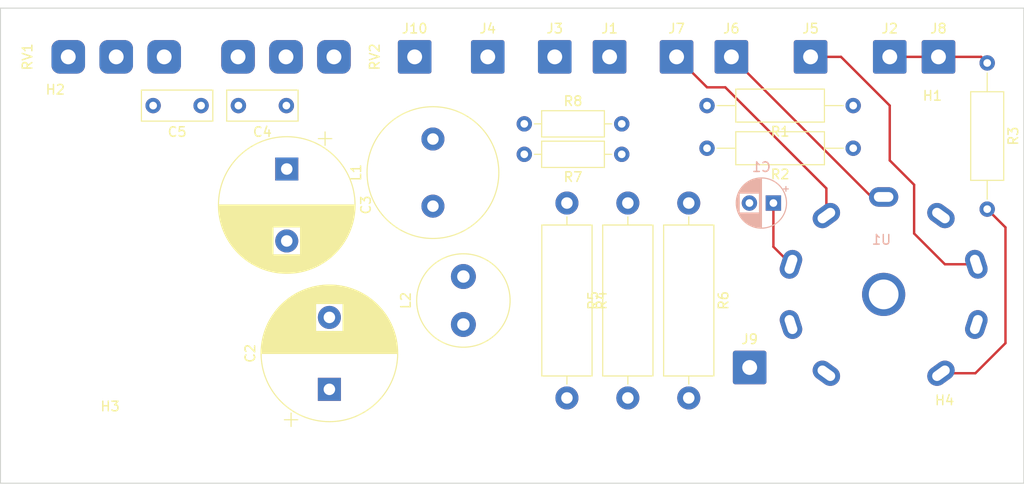
<source format=kicad_pcb>
(kicad_pcb (version 20221018) (generator pcbnew)
  (layers (0 "F.Cu" signal) (31 "B.Cu" signal) (34 "B.Paste" user) (35 "F.Paste" user) (36 "B.SilkS" user "B.Silkscreen") (37 "F.SilkS" user "F.Silkscreen") (38 "B.Mask" user) (39 "F.Mask" user) (44 "Edge.Cuts" user))
  (net 0 "")
  (net 1 "Net-(U1A-K_G3)")
  (net 2 "FEEDBACK")
  (net 3 "Net-(J1-Pin_1)")
  (net 4 "GND")
  (net 5 "-3V3")
  (net 6 "+3V0")
  (net 7 "Net-(U1A-G2)")
  (net 8 "Net-(J5-Pin_1)")
  (net 9 "+HT")
  (net 10 "Net-(C2-Pad1)")
  (net 11 "Net-(C2-Pad2)")
  (net 12 "Net-(L2-Pad1)")
  (net 13 "Net-(J10-Pin_1)")
  (net 14 "Net-(C1-Pad2)")
  (net 15 "Net-(C5-Pad2)")
  (footprint "Connector_Wire:SolderWire-0.75sqmm_1x01_D1.25mm_OD3.5mm" (layer "F.Cu") (at 133.985 47.625)
    (fp_text reference "J2" (at 0 -2.95) (layer "F.SilkS"))
    (fp_text value "X_PRI1")
    (pad "1" thru_hole roundrect (at 0 0) (size 3.5 3.5) (drill 1.55) (layers "*.Cu" "*.Mask") (roundrect_rratio 0.071429) (net 9 "+HT"))
  )
  (footprint "Connector_Wire:SolderWire-0.75sqmm_1x01_D1.25mm_OD3.5mm" (layer "F.Cu") (at 117.475 47.625)
    (fp_text reference "J6" (at 0 -2.95) (layer "F.SilkS"))
    (fp_text value "AC_FIL")
    (pad "1" thru_hole roundrect (at 0 0) (size 3.5 3.5) (drill 1.55) (layers "*.Cu" "*.Mask") (roundrect_rratio 0.071429) (net 5 "-3V3"))
  )
  (footprint "Resistor_THT:R_Axial_DIN0309_L9.0mm_D3.2mm_P15.24mm_Horizontal" (layer "F.Cu") (at 130.175 57.15 180)
    (fp_text reference "R2" (at 7.62 -2.72) (layer "F.SilkS"))
    (fp_text value "LEAK")
    (pad "1" thru_hole circle (at 0 0 180) (size 1.6 1.6) (drill 0.8) (layers "*.Cu" "*.Mask") (net 3 "Net-(J1-Pin_1)"))
    (pad "2" thru_hole oval (at 15.24 0 180) (size 1.6 1.6) (drill 0.8) (layers "*.Cu" "*.Mask") (net 4 "GND"))
  )
  (footprint "MountingHole:MountingHole_3.2mm_M3" (layer "F.Cu") (at 138.43 55.88)
    (fp_text reference "H1" (at 0 -4.2) (layer "F.SilkS"))
    (fp_text value "MountingHole")
    (pad "" np_thru_hole circle (at 0 0) (size 3.2 3.2) (drill 3.2) (layers "*.Cu" "*.Mask"))
  )
  (footprint "Capacitor_THT:CP_Radial_D14.0mm_P7.50mm" (layer "F.Cu") (at 75.565 82.287729 90)
    (fp_text reference "C2" (at 3.75 -8.25 90) (layer "F.SilkS"))
    (fp_text value "C_Polarized_US")
    (pad "1" thru_hole rect (at 0 0 90) (size 2.4 2.4) (drill 1.2) (layers "*.Cu" "*.Mask") (net 10 "Net-(C2-Pad1)"))
    (pad "2" thru_hole circle (at 7.5 0 90) (size 2.4 2.4) (drill 1.2) (layers "*.Cu" "*.Mask") (net 11 "Net-(C2-Pad2)"))
  )
  (footprint "Resistor_THT:R_Axial_DIN0309_L9.0mm_D3.2mm_P15.24mm_Horizontal" (layer "F.Cu") (at 130.175 52.705 180)
    (fp_text reference "R1" (at 7.62 -2.72) (layer "F.SilkS"))
    (fp_text value "R")
    (pad "1" thru_hole circle (at 0 0 180) (size 1.6 1.6) (drill 0.8) (layers "*.Cu" "*.Mask") (net 1 "Net-(U1A-K_G3)"))
    (pad "2" thru_hole oval (at 15.24 0 180) (size 1.6 1.6) (drill 0.8) (layers "*.Cu" "*.Mask") (net 14 "Net-(C1-Pad2)"))
  )
  (footprint "Resistor_THT:R_Axial_DIN0309_L9.0mm_D3.2mm_P15.24mm_Horizontal" (layer "F.Cu") (at 144.145 48.26 -90)
    (fp_text reference "R3" (at 7.62 -2.72 90) (layer "F.SilkS"))
    (fp_text value "SCREEN")
    (pad "1" thru_hole circle (at 0 0 270) (size 1.6 1.6) (drill 0.8) (layers "*.Cu" "*.Mask") (net 9 "+HT"))
    (pad "2" thru_hole oval (at 15.24 0 270) (size 1.6 1.6) (drill 0.8) (layers "*.Cu" "*.Mask") (net 7 "Net-(U1A-G2)"))
  )
  (footprint "Resistor_THT:R_Axial_DIN0516_L15.5mm_D5.0mm_P20.32mm_Horizontal" (layer "F.Cu") (at 113.03 62.865 -90)
    (fp_text reference "R6" (at 10.16 -3.62 -90) (layer "F.SilkS"))
    (fp_text value "47")
    (pad "1" thru_hole circle (at 0 0 270) (size 2.4 2.4) (drill 1.2) (layers "*.Cu" "*.Mask") (net 4 "GND"))
    (pad "2" thru_hole oval (at 20.32 0 270) (size 2.4 2.4) (drill 1.2) (layers "*.Cu" "*.Mask") (net 10 "Net-(C2-Pad1)"))
  )
  (footprint "Connector_Wire:SolderWire-0.75sqmm_1x01_D1.25mm_OD3.5mm" (layer "F.Cu") (at 119.38 80.01)
    (fp_text reference "J9" (at 0 -2.95) (layer "F.SilkS"))
    (fp_text value "GND")
    (pad "1" thru_hole roundrect (at 0 0) (size 3.5 3.5) (drill 1.55) (layers "*.Cu" "*.Mask") (roundrect_rratio 0.071429) (net 4 "GND"))
  )
  (footprint "Connector_Wire:SolderWire-0.75sqmm_1x01_D1.25mm_OD3.5mm" (layer "F.Cu") (at 111.76 47.625)
    (fp_text reference "J7" (at 0 -2.95) (layer "F.SilkS"))
    (fp_text value "AC_FIL")
    (pad "1" thru_hole roundrect (at 0 0) (size 3.5 3.5) (drill 1.55) (layers "*.Cu" "*.Mask") (roundrect_rratio 0.071429) (net 6 "+3V0"))
  )
  (footprint "Inductor_THT:L_Radial_D9.5mm_P5.00mm_Fastron_07HVP" (layer "F.Cu") (at 89.535 75.525 90)
    (fp_text reference "L2" (at 2.5 -6 90) (layer "F.SilkS"))
    (fp_text value "500 µH")
    (pad "1" thru_hole circle (at 0 0 90) (size 2.6 2.6) (drill 1.3) (layers "*.Cu" "*.Mask") (net 12 "Net-(L2-Pad1)"))
    (pad "2" thru_hole circle (at 5 0 90) (size 2.6 2.6) (drill 1.3) (layers "*.Cu" "*.Mask") (net 10 "Net-(C2-Pad1)"))
  )
  (footprint "Connector_Wire:SolderWire-0.75sqmm_1x01_D1.25mm_OD3.5mm" (layer "F.Cu") (at 99.06 47.625)
    (fp_text reference "J3" (at 0 -2.95) (layer "F.SilkS"))
    (fp_text value "X_SEC4")
    (pad "1" thru_hole roundrect (at 0 0) (size 3.5 3.5) (drill 1.55) (layers "*.Cu" "*.Mask") (roundrect_rratio 0.071429) (net 2 "FEEDBACK"))
  )
  (footprint "Capacitor_THT:CP_Radial_D14.0mm_P7.50mm" (layer "F.Cu") (at 71.12 59.317272 -90)
    (fp_text reference "C3" (at 3.75 -8.25 90) (layer "F.SilkS"))
    (fp_text value "C_Polarized_US")
    (pad "1" thru_hole rect (at 0 0 270) (size 2.4 2.4) (drill 1.2) (layers "*.Cu" "*.Mask") (net 4 "GND"))
    (pad "2" thru_hole circle (at 7.5 0 270) (size 2.4 2.4) (drill 1.2) (layers "*.Cu" "*.Mask") (net 11 "Net-(C2-Pad2)"))
  )
  (footprint "Connector_Wire:SolderWire-0.75sqmm_1x01_D1.25mm_OD3.5mm" (layer "F.Cu") (at 139.065 47.625)
    (fp_text reference "J8" (at 0 -2.95) (layer "F.SilkS"))
    (fp_text value "+HT")
    (pad "1" thru_hole roundrect (at 0 0) (size 3.5 3.5) (drill 1.55) (layers "*.Cu" "*.Mask") (roundrect_rratio 0.071429) (net 9 "+HT"))
  )
  (footprint "Resistor_THT:R_Axial_DIN0516_L15.5mm_D5.0mm_P20.32mm_Horizontal" (layer "F.Cu") (at 106.68 83.185 90)
    (fp_text reference "R5" (at 10.16 -3.62 90) (layer "F.SilkS"))
    (fp_text value "75")
    (pad "1" thru_hole circle (at 0 0 90) (size 2.4 2.4) (drill 1.2) (layers "*.Cu" "*.Mask") (net 12 "Net-(L2-Pad1)"))
    (pad "2" thru_hole oval (at 20.32 0 90) (size 2.4 2.4) (drill 1.2) (layers "*.Cu" "*.Mask") (net 10 "Net-(C2-Pad1)"))
  )
  (footprint "Potentiometer_THT:Potentiometer_Pads_Only" (layer "F.Cu") (at 58.34 47.625 90)
    (fp_text reference "RV1" (at 0 -14.25 90) (layer "F.SilkS"))
    (fp_text value "PRES")
    (pad "1" thru_hole roundrect (at 0 0 90) (size 3.5 3.5) (drill 1.55) (layers "*.Cu" "*.Mask") (net 15 "Net-(C5-Pad2)"))
    (pad "2" thru_hole roundrect (at 0 -5 90) (size 3.5 3.5) (drill 1.55) (layers "*.Cu" "*.Mask") (net 4 "GND"))
    (pad "3" thru_hole roundrect (at 0 -10 90) (size 3.5 3.5) (drill 1.55) (layers "*.Cu" "*.Mask") (net 4 "GND"))
  )
  (footprint "Connector_Wire:SolderWire-0.75sqmm_1x01_D1.25mm_OD3.5mm" (layer "F.Cu") (at 92.075 47.625)
    (fp_text reference "J4" (at 0 -2.95) (layer "F.SilkS"))
    (fp_text value "X_SEC3")
    (pad "1" thru_hole roundrect (at 0 0) (size 3.5 3.5) (drill 1.55) (layers "*.Cu" "*.Mask") (roundrect_rratio 0.071429) (net 4 "GND"))
  )
  (footprint "Resistor_THT:R_Axial_DIN0207_L6.3mm_D2.5mm_P10.16mm_Horizontal" (layer "F.Cu") (at 106.045 57.785 180)
    (fp_text reference "R7" (at 5.08 -2.37) (layer "F.SilkS"))
    (fp_text value "10K")
    (pad "1" thru_hole circle (at 0 0 180) (size 1.6 1.6) (drill 0.8) (layers "*.Cu" "*.Mask") (net 10 "Net-(C2-Pad1)"))
    (pad "2" thru_hole oval (at 10.16 0 180) (size 1.6 1.6) (drill 0.8) (layers "*.Cu" "*.Mask") (net 13 "Net-(J10-Pin_1)"))
  )
  (footprint "Capacitor_THT:C_Rect_L7.2mm_W3.0mm_P5.00mm_FKS2_FKP2_MKS2_MKP2" (layer "F.Cu") (at 71.08 52.705 180)
    (fp_text reference "C4" (at 2.5 -2.75) (layer "F.SilkS"))
    (fp_text value "C")
    (pad "1" thru_hole circle (at 0 0 180) (size 1.6 1.6) (drill 0.8) (layers "*.Cu" "*.Mask") (net 2 "FEEDBACK"))
    (pad "2" thru_hole circle (at 5 0 180) (size 1.6 1.6) (drill 0.8) (layers "*.Cu" "*.Mask") (net 14 "Net-(C1-Pad2)"))
  )
  (footprint "Potentiometer_THT:Potentiometer_Pads_Only" (layer "F.Cu") (at 66.04 47.625 -90)
    (fp_text reference "RV2" (at 0 -14.25 90) (layer "F.SilkS"))
    (fp_text value "RES")
    (pad "1" thru_hole roundrect (at 0 0 270) (size 3.5 3.5) (drill 1.55) (layers "*.Cu" "*.Mask") (net 14 "Net-(C1-Pad2)"))
    (pad "2" thru_hole roundrect (at 0 -5 270) (size 3.5 3.5) (drill 1.55) (layers "*.Cu" "*.Mask") (net 2 "FEEDBACK"))
    (pad "3" thru_hole roundrect (at 0 -10 270) (size 3.5 3.5) (drill 1.55) (layers "*.Cu" "*.Mask") (net 2 "FEEDBACK"))
  )
  (footprint "Capacitor_THT:C_Rect_L7.2mm_W3.0mm_P5.00mm_FKS2_FKP2_MKS2_MKP2" (layer "F.Cu") (at 62.19 52.705 180)
    (fp_text reference "C5" (at 2.5 -2.75) (layer "F.SilkS"))
    (fp_text value "C")
    (pad "1" thru_hole circle (at 0 0 180) (size 1.6 1.6) (drill 0.8) (layers "*.Cu" "*.Mask") (net 14 "Net-(C1-Pad2)"))
    (pad "2" thru_hole circle (at 5 0 180) (size 1.6 1.6) (drill 0.8) (layers "*.Cu" "*.Mask") (net 15 "Net-(C5-Pad2)"))
  )
  (footprint "Inductor_THT:L_Radial_D13.5mm_P7.00mm_Fastron_09HCP" (layer "F.Cu") (at 86.36 63.19 90)
    (fp_text reference "L1" (at 3.5 -8 90) (layer "F.SilkS"))
    (fp_text value "11 mH")
    (pad "1" thru_hole circle (at 0 0 90) (size 2.4 2.4) (drill 1.2) (layers "*.Cu" "*.Mask") (net 10 "Net-(C2-Pad1)"))
    (pad "2" thru_hole circle (at 7 0 90) (size 2.4 2.4) (drill 1.2) (layers "*.Cu" "*.Mask") (net 4 "GND"))
  )
  (footprint "Resistor_THT:R_Axial_DIN0516_L15.5mm_D5.0mm_P20.32mm_Horizontal" (layer "F.Cu") (at 100.33 62.865 -90)
    (fp_text reference "R4" (at 10.16 -3.62 -90) (layer "F.SilkS"))
    (fp_text value "8")
    (pad "1" thru_hole circle (at 0 0 270) (size 2.4 2.4) (drill 1.2) (layers "*.Cu" "*.Mask") (net 2 "FEEDBACK"))
    (pad "2" thru_hole oval (at 20.32 0 270) (size 2.4 2.4) (drill 1.2) (layers "*.Cu" "*.Mask") (net 12 "Net-(L2-Pad1)"))
  )
  (footprint "MountingHole:MountingHole_3.2mm_M3" (layer "F.Cu") (at 139.7 87.63)
    (fp_text reference "H4" (at 0 -4.2) (layer "F.SilkS"))
    (fp_text value "MountingHole")
    (pad "" np_thru_hole circle (at 0 0) (size 3.2 3.2) (drill 3.2) (layers "*.Cu" "*.Mask"))
  )
  (footprint "MountingHole:MountingHole_3.2mm_M3" (layer "F.Cu") (at 52.705 88.265)
    (fp_text reference "H3" (at 0 -4.2) (layer "F.SilkS"))
    (fp_text value "MountingHole")
    (pad "" np_thru_hole circle (at 0 0) (size 3.2 3.2) (drill 3.2) (layers "*.Cu" "*.Mask"))
  )
  (footprint "MountingHole:MountingHole_3.2mm_M3" (layer "F.Cu") (at 46.99 55.245)
    (fp_text reference "H2" (at 0 -4.2) (layer "F.SilkS"))
    (fp_text value "MountingHole")
    (pad "" np_thru_hole circle (at 0 0) (size 3.2 3.2) (drill 3.2) (layers "*.Cu" "*.Mask"))
  )
  (footprint "Connector_Wire:SolderWire-0.75sqmm_1x01_D1.25mm_OD3.5mm" (layer "F.Cu") (at 104.775 47.625)
    (fp_text reference "J1" (at 0 -2.95) (layer "F.SilkS"))
    (fp_text value "IN")
    (pad "1" thru_hole roundrect (at 0 0) (size 3.5 3.5) (drill 1.55) (layers "*.Cu" "*.Mask") (roundrect_rratio 0.071429) (net 3 "Net-(J1-Pin_1)"))
  )
  (footprint "Resistor_THT:R_Axial_DIN0207_L6.3mm_D2.5mm_P10.16mm_Horizontal" (layer "F.Cu") (at 95.885 54.61)
    (fp_text reference "R8" (at 5.08 -2.37) (layer "F.SilkS"))
    (fp_text value "1K")
    (pad "1" thru_hole circle (at 0 0) (size 1.6 1.6) (drill 0.8) (layers "*.Cu" "*.Mask") (net 13 "Net-(J10-Pin_1)"))
    (pad "2" thru_hole oval (at 10.16 0) (size 1.6 1.6) (drill 0.8) (layers "*.Cu" "*.Mask") (net 4 "GND"))
  )
  (footprint "Connector_Wire:SolderWire-0.75sqmm_1x01_D1.25mm_OD3.5mm" (layer "F.Cu") (at 84.455 47.625)
    (fp_text reference "J10" (at 0 -2.95) (layer "F.SilkS"))
    (fp_text value "OUT")
    (pad "1" thru_hole roundrect (at 0 0) (size 3.5 3.5) (drill 1.55) (layers "*.Cu" "*.Mask") (roundrect_rratio 0.071429) (net 13 "Net-(J10-Pin_1)"))
  )
  (footprint "Connector_Wire:SolderWire-0.75sqmm_1x01_D1.25mm_OD3.5mm" (layer "F.Cu") (at 125.73 47.625)
    (fp_text reference "J5" (at 0 -2.95) (layer "F.SilkS"))
    (fp_text value "X_PRI2")
    (pad "1" thru_hole roundrect (at 0 0) (size 3.5 3.5) (drill 1.55) (layers "*.Cu" "*.Mask") (roundrect_rratio 0.071429) (net 8 "Net-(J5-Pin_1)"))
  )
  (footprint "Valve:Valve_EL84" (layer "B.Cu") (at 129.9 77.14 180)
    (fp_text reference "U1" (at -3.221113 10.450316) (layer "B.SilkS") (effects (justify mirror)))
    (fp_text value "EL84" hide)
    (pad "2" thru_hole oval (at 6.21183 1.607604 198) (size 2.03 3.05) (drill oval 1.02 2.03) (layers "*.Cu" "*.Mask") (net 3 "Net-(J1-Pin_1)"))
    (pad "3" thru_hole oval (at 6.213639 7.886829 162) (size 2.03 3.05) (drill oval 1.02 2.03) (layers "*.Cu" "*.Mask") (net 1 "Net-(U1A-K_G3)"))
    (pad "4" thru_hole oval (at 2.521898 12.969613 126) (size 2.03 3.05) (drill oval 1.02 2.03) (layers "*.Cu" "*.Mask") (net 6 "+3V0"))
    (pad "5" thru_hole oval (at -3.447073 14.91 90) (size 2.03 3.05) (drill oval 1.02 2.03) (layers "*.Cu" "*.Mask") (net 5 "-3V3"))
    (pad "7" thru_hole oval (at -13.11183 7.892396 198) (size 2.03 3.05) (drill oval 1.02 2.03) (layers "*.Cu" "*.Mask") (net 8 "Net-(J5-Pin_1)"))
    (pad "9" thru_hole oval (at -9.424266 -3.467892 126) (size 2.03 3.05) (drill oval 1.02 2.03) (layers "*.Cu" "*.Mask") (net 7 "Net-(U1A-G2)"))
    (pad "~" thru_hole oval (at -13.112734 1.610388 162) (size 2.03 3.05) (drill oval 1.02 2.03) (layers "*.Cu" "*.Mask"))
    (pad "~" thru_hole oval (at -9.421898 12.969613 234) (size 2.03 3.05) (drill oval 1.02 2.03) (layers "*.Cu" "*.Mask"))
    (pad "~" thru_hole circle (at -3.45 4.75 180) (size 4.5 4.5) (drill 3.1) (layers "*.Cu" "*.Mask"))
    (pad "~" thru_hole oval (at 2.521898 -3.469612 234) (size 2.03 3.05) (drill oval 1.02 2.03) (layers "*.Cu" "*.Mask"))
  )
  (footprint "Capacitor_THT:CP_Radial_D5.0mm_P2.50mm" (layer "B.Cu") (at 121.855113 62.865 180)
    (fp_text reference "C1" (at 1.25 3.75) (layer "B.SilkS") (effects (justify mirror)))
    (fp_text value "C")
    (pad "1" thru_hole rect (at 0 0 180) (size 1.6 1.6) (drill 0.8) (layers "*.Cu" "*.Mask") (net 1 "Net-(U1A-K_G3)"))
    (pad "2" thru_hole circle (at 2.5 0 180) (size 1.6 1.6) (drill 0.8) (layers "*.Cu" "*.Mask") (net 14 "Net-(C1-Pad2)"))
  )
  (gr_line (start 147.955 92.075) (end 147.955 42.545) (stroke (width 0.1)) (layer "Edge.Cuts"))
  (gr_line (start 41.275 42.545) (end 41.275 92.075) (stroke (width 0.1)) (layer "Edge.Cuts"))
  (gr_line (start 147.955 42.545) (end 41.275 42.545) (stroke (width 0.1)) (layer "Edge.Cuts"))
  (gr_line (start 41.275 92.075) (end 147.955 92.075) (stroke (width 0.1)) (layer "Edge.Cuts"))
  (segment (start 121.855113 67.421923) (end 123.686361 69.253171) (width 0.25) (layer "F.Cu") (net 1))
  (segment (start 121.855113 62.865) (end 121.855113 67.421923) (width 0.25) (layer "F.Cu") (net 1))
  (segment (start 117.475 47.625) (end 132.08 62.23) (width 0.25) (layer "F.Cu") (net 5))
  (segment (start 132.08 62.23) (end 133.347073 62.23) (width 0.25) (layer "F.Cu") (net 5))
  (segment (start 127.378102 61.338102) (end 127.378102 64.170387) (width 0.25) (layer "F.Cu") (net 6))
  (segment (start 114.935 50.8) (end 116.84 50.8) (width 0.25) (layer "F.Cu") (net 6))
  (segment (start 116.84 50.8) (end 127.378102 61.338102) (width 0.25) (layer "F.Cu") (net 6))
  (segment (start 111.76 47.625) (end 114.935 50.8) (width 0.25) (layer "F.Cu") (net 6))
  (segment (start 146.05 65.405) (end 146.05 77.47) (width 0.25) (layer "F.Cu") (net 7))
  (segment (start 144.145 63.5) (end 146.05 65.405) (width 0.25) (layer "F.Cu") (net 7))
  (segment (start 142.912108 80.607892) (end 139.324266 80.607892) (width 0.25) (layer "F.Cu") (net 7))
  (segment (start 146.05 77.47) (end 142.912108 80.607892) (width 0.25) (layer "F.Cu") (net 7))
  (segment (start 143.01183 69.247604) (end 139.732604 69.247604) (width 0.25) (layer "F.Cu") (net 8))
  (segment (start 133.985 52.705) (end 128.905 47.625) (width 0.25) (layer "F.Cu") (net 8))
  (segment (start 128.905 47.625) (end 125.73 47.625) (width 0.25) (layer "F.Cu") (net 8))
  (segment (start 133.985 58.42) (end 133.985 52.705) (width 0.25) (layer "F.Cu") (net 8))
  (segment (start 136.525 60.96) (end 133.985 58.42) (width 0.25) (layer "F.Cu") (net 8))
  (segment (start 139.732604 69.247604) (end 136.525 66.04) (width 0.25) (layer "F.Cu") (net 8))
  (segment (start 136.525 66.04) (end 136.525 60.96) (width 0.25) (layer "F.Cu") (net 8))
  (segment (start 144.145 48.26) (end 143.51 47.625) (width 0.25) (layer "F.Cu") (net 9))
  (segment (start 133.985 47.625) (end 139.065 47.625) (width 0.25) (layer "F.Cu") (net 9))
  (segment (start 143.51 47.625) (end 139.065 47.625) (width 0.25) (layer "F.Cu") (net 9))
)
</source>
